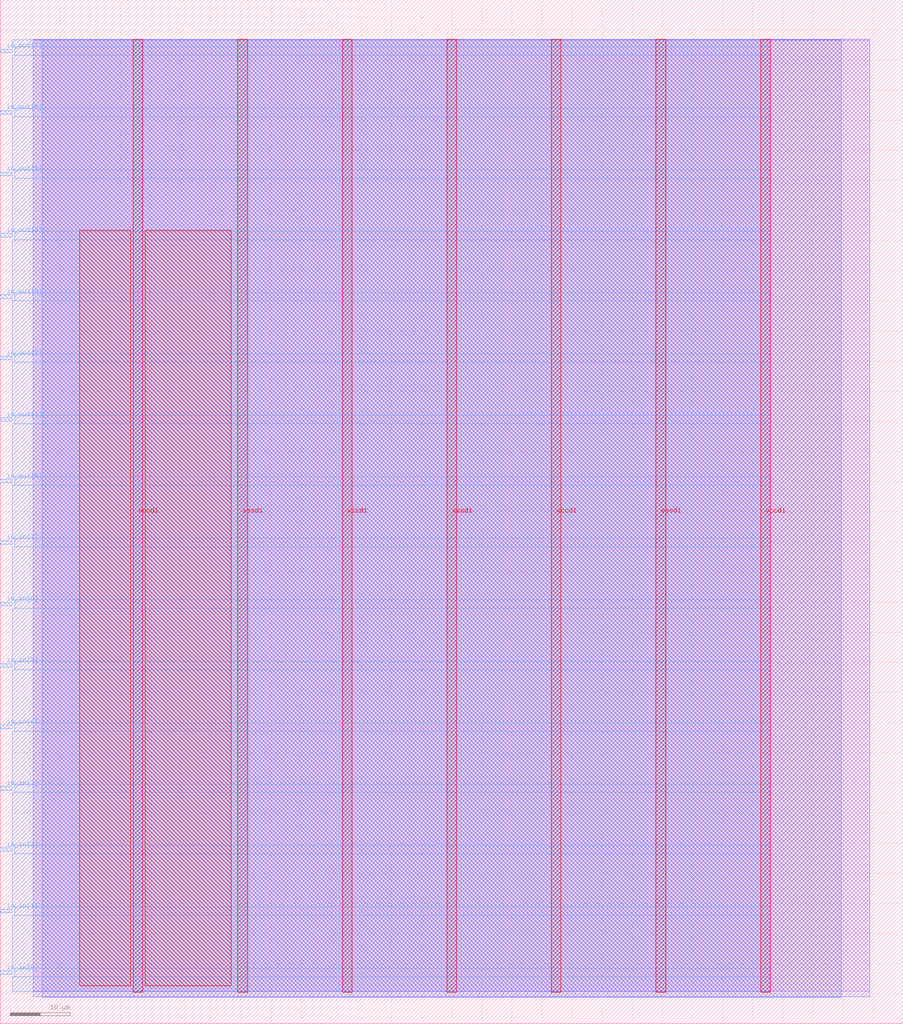
<source format=lef>
VERSION 5.7 ;
  NOWIREEXTENSIONATPIN ON ;
  DIVIDERCHAR "/" ;
  BUSBITCHARS "[]" ;
MACRO loxodes_sequencer
  CLASS BLOCK ;
  FOREIGN loxodes_sequencer ;
  ORIGIN 0.000 0.000 ;
  SIZE 150.000 BY 170.000 ;
  PIN io_in[0]
    DIRECTION INPUT ;
    USE SIGNAL ;
    PORT
      LAYER met3 ;
        RECT 0.000 8.200 2.000 8.800 ;
    END
  END io_in[0]
  PIN io_in[1]
    DIRECTION INPUT ;
    USE SIGNAL ;
    PORT
      LAYER met3 ;
        RECT 0.000 18.400 2.000 19.000 ;
    END
  END io_in[1]
  PIN io_in[2]
    DIRECTION INPUT ;
    USE SIGNAL ;
    PORT
      LAYER met3 ;
        RECT 0.000 28.600 2.000 29.200 ;
    END
  END io_in[2]
  PIN io_in[3]
    DIRECTION INPUT ;
    USE SIGNAL ;
    PORT
      LAYER met3 ;
        RECT 0.000 38.800 2.000 39.400 ;
    END
  END io_in[3]
  PIN io_in[4]
    DIRECTION INPUT ;
    USE SIGNAL ;
    PORT
      LAYER met3 ;
        RECT 0.000 49.000 2.000 49.600 ;
    END
  END io_in[4]
  PIN io_in[5]
    DIRECTION INPUT ;
    USE SIGNAL ;
    PORT
      LAYER met3 ;
        RECT 0.000 59.200 2.000 59.800 ;
    END
  END io_in[5]
  PIN io_in[6]
    DIRECTION INPUT ;
    USE SIGNAL ;
    PORT
      LAYER met3 ;
        RECT 0.000 69.400 2.000 70.000 ;
    END
  END io_in[6]
  PIN io_in[7]
    DIRECTION INPUT ;
    USE SIGNAL ;
    PORT
      LAYER met3 ;
        RECT 0.000 79.600 2.000 80.200 ;
    END
  END io_in[7]
  PIN io_out[0]
    DIRECTION OUTPUT TRISTATE ;
    USE SIGNAL ;
    PORT
      LAYER met3 ;
        RECT 0.000 89.800 2.000 90.400 ;
    END
  END io_out[0]
  PIN io_out[1]
    DIRECTION OUTPUT TRISTATE ;
    USE SIGNAL ;
    PORT
      LAYER met3 ;
        RECT 0.000 100.000 2.000 100.600 ;
    END
  END io_out[1]
  PIN io_out[2]
    DIRECTION OUTPUT TRISTATE ;
    USE SIGNAL ;
    PORT
      LAYER met3 ;
        RECT 0.000 110.200 2.000 110.800 ;
    END
  END io_out[2]
  PIN io_out[3]
    DIRECTION OUTPUT TRISTATE ;
    USE SIGNAL ;
    PORT
      LAYER met3 ;
        RECT 0.000 120.400 2.000 121.000 ;
    END
  END io_out[3]
  PIN io_out[4]
    DIRECTION OUTPUT TRISTATE ;
    USE SIGNAL ;
    PORT
      LAYER met3 ;
        RECT 0.000 130.600 2.000 131.200 ;
    END
  END io_out[4]
  PIN io_out[5]
    DIRECTION OUTPUT TRISTATE ;
    USE SIGNAL ;
    PORT
      LAYER met3 ;
        RECT 0.000 140.800 2.000 141.400 ;
    END
  END io_out[5]
  PIN io_out[6]
    DIRECTION OUTPUT TRISTATE ;
    USE SIGNAL ;
    PORT
      LAYER met3 ;
        RECT 0.000 151.000 2.000 151.600 ;
    END
  END io_out[6]
  PIN io_out[7]
    DIRECTION OUTPUT TRISTATE ;
    USE SIGNAL ;
    PORT
      LAYER met3 ;
        RECT 0.000 161.200 2.000 161.800 ;
    END
  END io_out[7]
  PIN vccd1
    DIRECTION INOUT ;
    USE POWER ;
    PORT
      LAYER met4 ;
        RECT 22.090 5.200 23.690 163.440 ;
    END
    PORT
      LAYER met4 ;
        RECT 56.830 5.200 58.430 163.440 ;
    END
    PORT
      LAYER met4 ;
        RECT 91.570 5.200 93.170 163.440 ;
    END
    PORT
      LAYER met4 ;
        RECT 126.310 5.200 127.910 163.440 ;
    END
  END vccd1
  PIN vssd1
    DIRECTION INOUT ;
    USE GROUND ;
    PORT
      LAYER met4 ;
        RECT 39.460 5.200 41.060 163.440 ;
    END
    PORT
      LAYER met4 ;
        RECT 74.200 5.200 75.800 163.440 ;
    END
    PORT
      LAYER met4 ;
        RECT 108.940 5.200 110.540 163.440 ;
    END
  END vssd1
  OBS
      LAYER li1 ;
        RECT 5.520 5.355 144.440 163.285 ;
      LAYER met1 ;
        RECT 5.520 4.460 144.440 163.440 ;
      LAYER met2 ;
        RECT 6.990 4.430 139.740 163.385 ;
      LAYER met3 ;
        RECT 2.000 162.200 127.900 163.365 ;
        RECT 2.400 160.800 127.900 162.200 ;
        RECT 2.000 152.000 127.900 160.800 ;
        RECT 2.400 150.600 127.900 152.000 ;
        RECT 2.000 141.800 127.900 150.600 ;
        RECT 2.400 140.400 127.900 141.800 ;
        RECT 2.000 131.600 127.900 140.400 ;
        RECT 2.400 130.200 127.900 131.600 ;
        RECT 2.000 121.400 127.900 130.200 ;
        RECT 2.400 120.000 127.900 121.400 ;
        RECT 2.000 111.200 127.900 120.000 ;
        RECT 2.400 109.800 127.900 111.200 ;
        RECT 2.000 101.000 127.900 109.800 ;
        RECT 2.400 99.600 127.900 101.000 ;
        RECT 2.000 90.800 127.900 99.600 ;
        RECT 2.400 89.400 127.900 90.800 ;
        RECT 2.000 80.600 127.900 89.400 ;
        RECT 2.400 79.200 127.900 80.600 ;
        RECT 2.000 70.400 127.900 79.200 ;
        RECT 2.400 69.000 127.900 70.400 ;
        RECT 2.000 60.200 127.900 69.000 ;
        RECT 2.400 58.800 127.900 60.200 ;
        RECT 2.000 50.000 127.900 58.800 ;
        RECT 2.400 48.600 127.900 50.000 ;
        RECT 2.000 39.800 127.900 48.600 ;
        RECT 2.400 38.400 127.900 39.800 ;
        RECT 2.000 29.600 127.900 38.400 ;
        RECT 2.400 28.200 127.900 29.600 ;
        RECT 2.000 19.400 127.900 28.200 ;
        RECT 2.400 18.000 127.900 19.400 ;
        RECT 2.000 9.200 127.900 18.000 ;
        RECT 2.400 7.800 127.900 9.200 ;
        RECT 2.000 5.275 127.900 7.800 ;
      LAYER met4 ;
        RECT 13.175 6.295 21.690 131.745 ;
        RECT 24.090 6.295 38.345 131.745 ;
  END
END loxodes_sequencer
END LIBRARY


</source>
